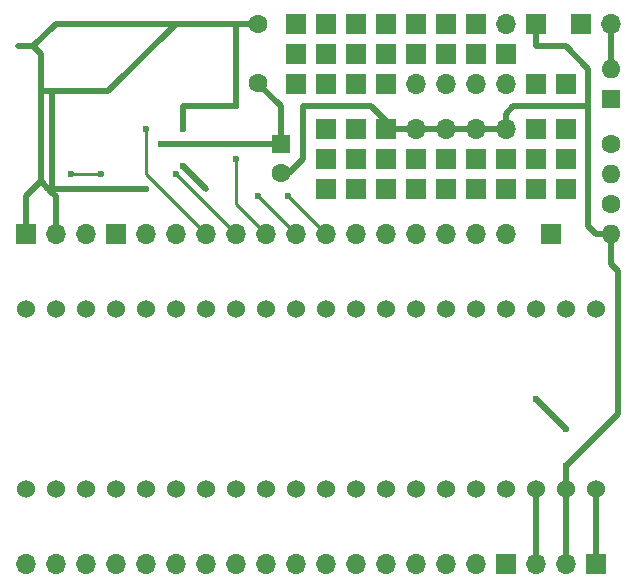
<source format=gbr>
G04 #@! TF.FileFunction,Copper,L2,Bot,Signal*
%FSLAX46Y46*%
G04 Gerber Fmt 4.6, Leading zero omitted, Abs format (unit mm)*
G04 Created by KiCad (PCBNEW 4.0.6-e0-6349~53~ubuntu16.04.1) date Sun Apr  2 16:21:01 2017*
%MOMM*%
%LPD*%
G01*
G04 APERTURE LIST*
%ADD10C,0.100000*%
%ADD11C,1.524000*%
%ADD12C,1.600000*%
%ADD13O,1.600000X1.600000*%
%ADD14R,1.600000X1.600000*%
%ADD15R,1.700000X1.700000*%
%ADD16O,1.700000X1.700000*%
%ADD17C,0.600000*%
%ADD18C,0.500000*%
%ADD19C,0.250000*%
G04 APERTURE END LIST*
D10*
D11*
X87630000Y-97790000D03*
X90170000Y-97790000D03*
X92710000Y-97790000D03*
X95250000Y-97790000D03*
X97790000Y-97790000D03*
X100330000Y-97790000D03*
X102870000Y-97790000D03*
X105410000Y-97790000D03*
X107950000Y-97790000D03*
X110490000Y-97790000D03*
X113030000Y-97790000D03*
X115570000Y-97790000D03*
X118110000Y-97790000D03*
X120650000Y-97790000D03*
X123190000Y-97790000D03*
X125730000Y-97790000D03*
X128270000Y-97790000D03*
X130810000Y-97790000D03*
X133350000Y-97790000D03*
X135890000Y-97790000D03*
X135890000Y-82550000D03*
X133350000Y-82550000D03*
X130810000Y-82550000D03*
X128270000Y-82550000D03*
X125730000Y-82550000D03*
X123190000Y-82550000D03*
X120650000Y-82550000D03*
X118110000Y-82550000D03*
X115570000Y-82550000D03*
X113030000Y-82550000D03*
X110490000Y-82550000D03*
X107950000Y-82550000D03*
X105410000Y-82550000D03*
X102870000Y-82550000D03*
X100330000Y-82550000D03*
X97790000Y-82550000D03*
X95250000Y-82550000D03*
X92710000Y-82550000D03*
X90170000Y-82550000D03*
X87630000Y-82550000D03*
D12*
X107315000Y-58420000D03*
X107315000Y-63420000D03*
X137160000Y-68580000D03*
D13*
X137160000Y-71120000D03*
D12*
X137160000Y-73660000D03*
D13*
X137160000Y-76200000D03*
D14*
X109220000Y-68580000D03*
D12*
X109220000Y-71080000D03*
D15*
X130810000Y-58420000D03*
D16*
X128270000Y-58420000D03*
D15*
X134620000Y-58420000D03*
D16*
X137160000Y-58420000D03*
D14*
X137160000Y-64770000D03*
D13*
X137160000Y-62230000D03*
D15*
X128270000Y-104140000D03*
D16*
X125730000Y-104140000D03*
X123190000Y-104140000D03*
X120650000Y-104140000D03*
X118110000Y-104140000D03*
X115570000Y-104140000D03*
X113030000Y-104140000D03*
X110490000Y-104140000D03*
X107950000Y-104140000D03*
X105410000Y-104140000D03*
X102870000Y-104140000D03*
X100330000Y-104140000D03*
X97790000Y-104140000D03*
X95250000Y-104140000D03*
X92710000Y-104140000D03*
X90170000Y-104140000D03*
X87630000Y-104140000D03*
D15*
X135890000Y-104140000D03*
D16*
X133350000Y-104140000D03*
X130810000Y-104140000D03*
D15*
X87630000Y-76200000D03*
D16*
X90170000Y-76200000D03*
X92710000Y-76200000D03*
D15*
X132080000Y-76200000D03*
X95250000Y-76200000D03*
D16*
X97790000Y-76200000D03*
X100330000Y-76200000D03*
X102870000Y-76200000D03*
X105410000Y-76200000D03*
X107950000Y-76200000D03*
X110490000Y-76200000D03*
X113030000Y-76200000D03*
X115570000Y-76200000D03*
X118110000Y-76200000D03*
X120650000Y-76200000D03*
X123190000Y-76200000D03*
X125730000Y-76200000D03*
X128270000Y-76200000D03*
D15*
X118110000Y-67310000D03*
D16*
X120650000Y-67310000D03*
X123190000Y-67310000D03*
X125730000Y-67310000D03*
X128270000Y-67310000D03*
D15*
X118110000Y-63500000D03*
D16*
X120650000Y-63500000D03*
X123190000Y-63500000D03*
X125730000Y-63500000D03*
X128270000Y-63500000D03*
D15*
X115570000Y-69850000D03*
X118110000Y-69850000D03*
X120650000Y-69850000D03*
X123190000Y-69850000D03*
X125730000Y-69850000D03*
X128270000Y-69850000D03*
X130810000Y-72390000D03*
X133350000Y-72390000D03*
X133350000Y-69850000D03*
X133350000Y-67310000D03*
X133350000Y-63500000D03*
X115570000Y-63500000D03*
X113030000Y-63500000D03*
X113030000Y-60960000D03*
X118110000Y-60960000D03*
X120650000Y-60960000D03*
X123190000Y-60960000D03*
X125730000Y-60960000D03*
X123190000Y-58420000D03*
X120650000Y-58420000D03*
X118110000Y-58420000D03*
X115570000Y-58420000D03*
X130810000Y-69850000D03*
X128270000Y-72390000D03*
X130810000Y-67310000D03*
X128270000Y-60960000D03*
X125730000Y-58420000D03*
X130810000Y-63500000D03*
X125730000Y-72390000D03*
X123190000Y-72390000D03*
X120650000Y-72390000D03*
X118110000Y-72390000D03*
X115570000Y-72390000D03*
X115570000Y-60960000D03*
X113030000Y-58420000D03*
X113030000Y-72390000D03*
X113030000Y-69850000D03*
X113030000Y-67310000D03*
X115570000Y-67310000D03*
X110490000Y-63500000D03*
X110490000Y-60960000D03*
X110490000Y-58420000D03*
D17*
X105410000Y-65405000D03*
X100965000Y-67310000D03*
X100965000Y-70485000D03*
X97790000Y-72390000D03*
X133350000Y-95885000D03*
X88900000Y-64135000D03*
X130810000Y-90170000D03*
X133350000Y-92710000D03*
X99060000Y-68580000D03*
X102870000Y-76200000D03*
X97790000Y-67310000D03*
X105410000Y-76200000D03*
X100330000Y-71120000D03*
X107950000Y-76200000D03*
X105410000Y-69850000D03*
X107315000Y-73025000D03*
X110490000Y-76200000D03*
X113030000Y-76200000D03*
X109855000Y-73025000D03*
X91440000Y-71120000D03*
X93980000Y-71120000D03*
D18*
X133350000Y-95885000D02*
X133350000Y-104140000D01*
X89852500Y-72707500D02*
X89852500Y-64135000D01*
X89852500Y-64135000D02*
X90170000Y-64135000D01*
X86995000Y-60325000D02*
X88265000Y-60325000D01*
X88265000Y-60325000D02*
X86995000Y-60325000D01*
X88265000Y-60325000D02*
X88900000Y-60960000D01*
X88900000Y-60960000D02*
X88900000Y-64135000D01*
X107315000Y-58420000D02*
X90170000Y-58420000D01*
X90170000Y-58420000D02*
X88265000Y-60325000D01*
X105410000Y-58420000D02*
X105410000Y-65405000D01*
X88900000Y-64135000D02*
X90170000Y-64135000D01*
X90170000Y-64135000D02*
X94615000Y-64135000D01*
X94615000Y-64135000D02*
X100330000Y-58420000D01*
X100330000Y-58420000D02*
X105410000Y-58420000D01*
X105410000Y-58420000D02*
X107315000Y-58420000D01*
X120650000Y-67310000D02*
X118110000Y-67310000D01*
X123190000Y-67310000D02*
X120650000Y-67310000D01*
X125730000Y-67310000D02*
X123190000Y-67310000D01*
X128270000Y-67310000D02*
X125730000Y-67310000D01*
X102870000Y-72390000D02*
X100965000Y-70485000D01*
X100965000Y-65405000D02*
X105410000Y-65405000D01*
X100965000Y-65405000D02*
X100965000Y-67310000D01*
X90170000Y-76200000D02*
X90170000Y-73025000D01*
X90170000Y-73025000D02*
X89852500Y-72707500D01*
X89852500Y-72707500D02*
X88900000Y-71755000D01*
X87630000Y-76200000D02*
X87630000Y-73025000D01*
X87630000Y-73025000D02*
X88900000Y-71755000D01*
X135255000Y-65405000D02*
X135255000Y-62230000D01*
X130810000Y-60325000D02*
X130810000Y-58420000D01*
X133350000Y-60325000D02*
X130810000Y-60325000D01*
X135255000Y-62230000D02*
X133350000Y-60325000D01*
X90805000Y-72390000D02*
X89535000Y-72390000D01*
X97790000Y-72390000D02*
X90805000Y-72390000D01*
X89535000Y-72390000D02*
X88900000Y-71755000D01*
X111125000Y-69850000D02*
X111125000Y-65405000D01*
X116840000Y-65405000D02*
X111125000Y-65405000D01*
X118110000Y-66675000D02*
X116840000Y-65405000D01*
X111125000Y-69850000D02*
X109895000Y-71080000D01*
X109220000Y-71080000D02*
X109895000Y-71080000D01*
X118110000Y-67310000D02*
X118110000Y-66675000D01*
X128270000Y-67310000D02*
X118110000Y-67310000D01*
X135255000Y-65405000D02*
X135255000Y-75565000D01*
X128270000Y-66040000D02*
X128905000Y-65405000D01*
X128905000Y-65405000D02*
X135255000Y-65405000D01*
X128270000Y-67310000D02*
X128270000Y-66040000D01*
X135890000Y-76200000D02*
X137160000Y-76200000D01*
X135255000Y-75565000D02*
X135890000Y-76200000D01*
X137160000Y-78740000D02*
X137160000Y-76200000D01*
X137795000Y-79375000D02*
X137160000Y-78740000D01*
X137795000Y-91440000D02*
X137795000Y-79375000D01*
X133350000Y-95885000D02*
X137795000Y-91440000D01*
X88900000Y-71755000D02*
X88900000Y-64135000D01*
X130810000Y-104140000D02*
X130810000Y-97790000D01*
X135890000Y-97790000D02*
X135890000Y-104140000D01*
X109220000Y-68580000D02*
X109220000Y-65405000D01*
X109220000Y-65405000D02*
X107315000Y-63500000D01*
X107315000Y-63500000D02*
X107315000Y-63420000D01*
X133350000Y-92710000D02*
X130810000Y-90170000D01*
X109220000Y-68580000D02*
X99060000Y-68580000D01*
D19*
X102870000Y-76200000D02*
X97790000Y-71120000D01*
X97790000Y-71120000D02*
X97790000Y-67310000D01*
X105410000Y-76200000D02*
X100330000Y-71120000D01*
X107950000Y-76200000D02*
X105410000Y-73660000D01*
X105410000Y-73660000D02*
X105410000Y-69850000D01*
X110490000Y-76200000D02*
X107315000Y-73025000D01*
X113030000Y-76200000D02*
X109855000Y-73025000D01*
X93980000Y-71120000D02*
X91440000Y-71120000D01*
D18*
X137160000Y-58420000D02*
X137160000Y-62230000D01*
M02*

</source>
